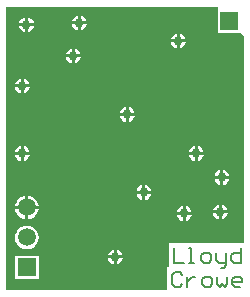
<source format=gbl>
%FSLAX25Y25*%
%MOIN*%
G70*
G01*
G75*
G04 Layer_Physical_Order=2*
G04 Layer_Color=16711680*
%ADD10C,0.01500*%
%ADD11R,0.05512X0.04331*%
%ADD12R,0.10236X0.04331*%
%ADD13R,0.02953X0.04724*%
%ADD14R,0.04724X0.02953*%
%ADD15R,0.04331X0.05512*%
%ADD16R,0.02362X0.05512*%
%ADD17R,0.02362X0.07087*%
%ADD18R,0.02165X0.06299*%
%ADD19C,0.00700*%
%ADD20R,0.05906X0.05906*%
%ADD21C,0.05906*%
%ADD22C,0.03000*%
G36*
X72047Y95971D02*
Y94953D01*
X72047Y94556D01*
X72047Y94556D01*
X72047D01*
Y87047D01*
X79556D01*
X79556Y87047D01*
Y87047D01*
X79953Y87047D01*
X80971Y86029D01*
Y17198D01*
X55800D01*
Y9198D01*
X55300D01*
Y1529D01*
X1529D01*
Y95971D01*
X72047D01*
Y95971D01*
D02*
G37*
%LPC*%
G36*
X47000Y33500D02*
X45050D01*
X45145Y33024D01*
X45698Y32198D01*
X46525Y31645D01*
X47000Y31550D01*
Y33500D01*
D02*
G37*
G36*
X49949D02*
X48000D01*
Y31550D01*
X48476Y31645D01*
X49302Y32198D01*
X49855Y33024D01*
X49949Y33500D01*
D02*
G37*
G36*
X47000Y36450D02*
X46525Y36355D01*
X45698Y35802D01*
X45145Y34975D01*
X45050Y34500D01*
X47000D01*
Y36450D01*
D02*
G37*
G36*
X9000Y32921D02*
Y29500D01*
X12421D01*
X12351Y30032D01*
X11953Y30993D01*
X11319Y31819D01*
X10493Y32453D01*
X9532Y32851D01*
X9000Y32921D01*
D02*
G37*
G36*
X72500Y29950D02*
X72025Y29855D01*
X71198Y29302D01*
X70645Y28475D01*
X70551Y28000D01*
X72500D01*
Y29950D01*
D02*
G37*
G36*
X73500D02*
Y28000D01*
X75450D01*
X75355Y28475D01*
X74802Y29302D01*
X73975Y29855D01*
X73500Y29950D01*
D02*
G37*
G36*
X8000Y32921D02*
X7468Y32851D01*
X6507Y32453D01*
X5681Y31819D01*
X5047Y30993D01*
X4649Y30032D01*
X4579Y29500D01*
X8000D01*
Y32921D01*
D02*
G37*
G36*
X74000Y41449D02*
Y39500D01*
X75950D01*
X75855Y39976D01*
X75302Y40802D01*
X74476Y41355D01*
X74000Y41449D01*
D02*
G37*
G36*
X6500Y46500D02*
X4550D01*
X4645Y46025D01*
X5198Y45198D01*
X6024Y44645D01*
X6500Y44550D01*
Y46500D01*
D02*
G37*
G36*
X9449D02*
X7500D01*
Y44550D01*
X7975Y44645D01*
X8802Y45198D01*
X9355Y46025D01*
X9449Y46500D01*
D02*
G37*
G36*
X73000Y41449D02*
X72524Y41355D01*
X71698Y40802D01*
X71145Y39976D01*
X71051Y39500D01*
X73000D01*
Y41449D01*
D02*
G37*
G36*
X48000Y36450D02*
Y34500D01*
X49949D01*
X49855Y34975D01*
X49302Y35802D01*
X48476Y36355D01*
X48000Y36450D01*
D02*
G37*
G36*
X73000Y38500D02*
X71051D01*
X71145Y38025D01*
X71698Y37198D01*
X72524Y36645D01*
X73000Y36551D01*
Y38500D01*
D02*
G37*
G36*
X75950D02*
X74000D01*
Y36551D01*
X74476Y36645D01*
X75302Y37198D01*
X75855Y38025D01*
X75950Y38500D01*
D02*
G37*
G36*
X38500Y14950D02*
Y13000D01*
X40450D01*
X40355Y13476D01*
X39802Y14302D01*
X38976Y14855D01*
X38500Y14950D01*
D02*
G37*
G36*
X8500Y22987D02*
X7468Y22851D01*
X6507Y22453D01*
X5681Y21819D01*
X5047Y20993D01*
X4649Y20032D01*
X4513Y19000D01*
X4649Y17968D01*
X5047Y17007D01*
X5681Y16181D01*
X6507Y15547D01*
X7468Y15149D01*
X8500Y15013D01*
X9532Y15149D01*
X10493Y15547D01*
X11319Y16181D01*
X11953Y17007D01*
X12351Y17968D01*
X12487Y19000D01*
X12351Y20032D01*
X11953Y20993D01*
X11319Y21819D01*
X10493Y22453D01*
X9532Y22851D01*
X8500Y22987D01*
D02*
G37*
G36*
X60500Y26500D02*
X58551D01*
X58645Y26024D01*
X59198Y25198D01*
X60024Y24645D01*
X60500Y24551D01*
Y26500D01*
D02*
G37*
G36*
X37500Y14950D02*
X37025Y14855D01*
X36198Y14302D01*
X35645Y13476D01*
X35550Y13000D01*
X37500D01*
Y14950D01*
D02*
G37*
G36*
X12453Y12953D02*
X4547D01*
Y5047D01*
X12453D01*
Y12953D01*
D02*
G37*
G36*
X37500Y12000D02*
X35550D01*
X35645Y11525D01*
X36198Y10698D01*
X37025Y10145D01*
X37500Y10051D01*
Y12000D01*
D02*
G37*
G36*
X40450D02*
X38500D01*
Y10051D01*
X38976Y10145D01*
X39802Y10698D01*
X40355Y11525D01*
X40450Y12000D01*
D02*
G37*
G36*
X12421Y28500D02*
X9000D01*
Y25079D01*
X9532Y25149D01*
X10493Y25547D01*
X11319Y26181D01*
X11953Y27007D01*
X12351Y27968D01*
X12421Y28500D01*
D02*
G37*
G36*
X60500Y29449D02*
X60024Y29355D01*
X59198Y28802D01*
X58645Y27975D01*
X58551Y27500D01*
X60500D01*
Y29449D01*
D02*
G37*
G36*
X61500D02*
Y27500D01*
X63450D01*
X63355Y27975D01*
X62802Y28802D01*
X61976Y29355D01*
X61500Y29449D01*
D02*
G37*
G36*
X8000Y28500D02*
X4579D01*
X4649Y27968D01*
X5047Y27007D01*
X5681Y26181D01*
X6507Y25547D01*
X7468Y25149D01*
X8000Y25079D01*
Y28500D01*
D02*
G37*
G36*
X63450Y26500D02*
X61500D01*
Y24551D01*
X61976Y24645D01*
X62802Y25198D01*
X63355Y26024D01*
X63450Y26500D01*
D02*
G37*
G36*
X72500Y27000D02*
X70551D01*
X70645Y26524D01*
X71198Y25698D01*
X72025Y25145D01*
X72500Y25051D01*
Y27000D01*
D02*
G37*
G36*
X75450D02*
X73500D01*
Y25051D01*
X73975Y25145D01*
X74802Y25698D01*
X75355Y26524D01*
X75450Y27000D01*
D02*
G37*
G36*
X64500Y46500D02*
X62550D01*
X62645Y46025D01*
X63198Y45198D01*
X64025Y44645D01*
X64500Y44550D01*
Y46500D01*
D02*
G37*
G36*
X58500Y86949D02*
X58025Y86855D01*
X57198Y86302D01*
X56645Y85475D01*
X56551Y85000D01*
X58500D01*
Y86949D01*
D02*
G37*
G36*
X59500D02*
Y85000D01*
X61449D01*
X61355Y85475D01*
X60802Y86302D01*
X59975Y86855D01*
X59500Y86949D01*
D02*
G37*
G36*
X7855Y89476D02*
X5905D01*
X6000Y89000D01*
X6553Y88173D01*
X7379Y87621D01*
X7855Y87526D01*
Y89476D01*
D02*
G37*
G36*
X61449Y84000D02*
X59500D01*
Y82051D01*
X59975Y82145D01*
X60802Y82698D01*
X61355Y83525D01*
X61449Y84000D01*
D02*
G37*
G36*
X23500Y81950D02*
X23024Y81855D01*
X22198Y81302D01*
X21645Y80475D01*
X21551Y80000D01*
X23500D01*
Y81950D01*
D02*
G37*
G36*
X24500D02*
Y80000D01*
X26449D01*
X26355Y80475D01*
X25802Y81302D01*
X24975Y81855D01*
X24500Y81950D01*
D02*
G37*
G36*
X58500Y84000D02*
X56551D01*
X56645Y83525D01*
X57198Y82698D01*
X58025Y82145D01*
X58500Y82051D01*
Y84000D01*
D02*
G37*
G36*
X8855Y92425D02*
Y90475D01*
X10804D01*
X10710Y90951D01*
X10157Y91778D01*
X9330Y92330D01*
X8855Y92425D01*
D02*
G37*
G36*
X25500Y92949D02*
X25025Y92855D01*
X24198Y92302D01*
X23645Y91475D01*
X23550Y91000D01*
X25500D01*
Y92949D01*
D02*
G37*
G36*
X26500D02*
Y91000D01*
X28449D01*
X28355Y91475D01*
X27802Y92302D01*
X26976Y92855D01*
X26500Y92949D01*
D02*
G37*
G36*
X7855Y92425D02*
X7379Y92330D01*
X6553Y91778D01*
X6000Y90951D01*
X5905Y90475D01*
X7855D01*
Y92425D01*
D02*
G37*
G36*
X10804Y89476D02*
X8855D01*
Y87526D01*
X9330Y87621D01*
X10157Y88173D01*
X10710Y89000D01*
X10804Y89476D01*
D02*
G37*
G36*
X25500Y90000D02*
X23550D01*
X23645Y89525D01*
X24198Y88698D01*
X25025Y88145D01*
X25500Y88051D01*
Y90000D01*
D02*
G37*
G36*
X28449D02*
X26500D01*
Y88051D01*
X26976Y88145D01*
X27802Y88698D01*
X28355Y89525D01*
X28449Y90000D01*
D02*
G37*
G36*
X26449Y79000D02*
X24500D01*
Y77051D01*
X24975Y77145D01*
X25802Y77698D01*
X26355Y78525D01*
X26449Y79000D01*
D02*
G37*
G36*
X65500Y49450D02*
Y47500D01*
X67449D01*
X67355Y47976D01*
X66802Y48802D01*
X65975Y49355D01*
X65500Y49450D01*
D02*
G37*
G36*
X41500Y59500D02*
X39551D01*
X39645Y59025D01*
X40198Y58198D01*
X41025Y57645D01*
X41500Y57551D01*
Y59500D01*
D02*
G37*
G36*
X44449D02*
X42500D01*
Y57551D01*
X42976Y57645D01*
X43802Y58198D01*
X44355Y59025D01*
X44449Y59500D01*
D02*
G37*
G36*
X64500Y49450D02*
X64025Y49355D01*
X63198Y48802D01*
X62645Y47976D01*
X62550Y47500D01*
X64500D01*
Y49450D01*
D02*
G37*
G36*
X67449Y46500D02*
X65500D01*
Y44550D01*
X65975Y44645D01*
X66802Y45198D01*
X67355Y46025D01*
X67449Y46500D01*
D02*
G37*
G36*
X6500Y49450D02*
X6024Y49355D01*
X5198Y48802D01*
X4645Y47976D01*
X4550Y47500D01*
X6500D01*
Y49450D01*
D02*
G37*
G36*
X7500D02*
Y47500D01*
X9449D01*
X9355Y47976D01*
X8802Y48802D01*
X7975Y49355D01*
X7500Y49450D01*
D02*
G37*
G36*
X6500Y71949D02*
X6024Y71855D01*
X5198Y71302D01*
X4645Y70476D01*
X4550Y70000D01*
X6500D01*
Y71949D01*
D02*
G37*
G36*
X7500D02*
Y70000D01*
X9449D01*
X9355Y70476D01*
X8802Y71302D01*
X7975Y71855D01*
X7500Y71949D01*
D02*
G37*
G36*
X23500Y79000D02*
X21551D01*
X21645Y78525D01*
X22198Y77698D01*
X23024Y77145D01*
X23500Y77051D01*
Y79000D01*
D02*
G37*
G36*
X9449Y69000D02*
X7500D01*
Y67050D01*
X7975Y67145D01*
X8802Y67698D01*
X9355Y68524D01*
X9449Y69000D01*
D02*
G37*
G36*
X41500Y62450D02*
X41025Y62355D01*
X40198Y61802D01*
X39645Y60975D01*
X39551Y60500D01*
X41500D01*
Y62450D01*
D02*
G37*
G36*
X42500D02*
Y60500D01*
X44449D01*
X44355Y60975D01*
X43802Y61802D01*
X42976Y62355D01*
X42500Y62450D01*
D02*
G37*
G36*
X6500Y69000D02*
X4550D01*
X4645Y68524D01*
X5198Y67698D01*
X6024Y67145D01*
X6500Y67050D01*
Y69000D01*
D02*
G37*
%LPD*%
D19*
X60332Y6665D02*
X59499Y7498D01*
X57833D01*
X57000Y6665D01*
Y3333D01*
X57833Y2500D01*
X59499D01*
X60332Y3333D01*
X61998Y5832D02*
Y2500D01*
Y4166D01*
X62831Y4999D01*
X63665Y5832D01*
X64498D01*
X67830Y2500D02*
X69496D01*
X70329Y3333D01*
Y4999D01*
X69496Y5832D01*
X67830D01*
X66997Y4999D01*
Y3333D01*
X67830Y2500D01*
X71995Y5832D02*
Y3333D01*
X72828Y2500D01*
X73661Y3333D01*
X74494Y2500D01*
X75327Y3333D01*
Y5832D01*
X79493Y2500D02*
X77827D01*
X76994Y3333D01*
Y4999D01*
X77827Y5832D01*
X79493D01*
X80326Y4999D01*
Y4166D01*
X76994D01*
X57500Y15498D02*
Y10500D01*
X60832D01*
X62498D02*
X64165D01*
X63331D01*
Y15498D01*
X62498D01*
X67497Y10500D02*
X69163D01*
X69996Y11333D01*
Y12999D01*
X69163Y13832D01*
X67497D01*
X66664Y12999D01*
Y11333D01*
X67497Y10500D01*
X71662Y13832D02*
Y11333D01*
X72495Y10500D01*
X74994D01*
Y9667D01*
X74161Y8834D01*
X73328D01*
X74994Y10500D02*
Y13832D01*
X79993Y15498D02*
Y10500D01*
X77494D01*
X76661Y11333D01*
Y12999D01*
X77494Y13832D01*
X79993D01*
D20*
X76000Y91000D02*
D03*
X8500Y9000D02*
D03*
D21*
Y19000D02*
D03*
Y29000D02*
D03*
D22*
X24000Y79500D02*
D03*
X65000Y47000D02*
D03*
X7000D02*
D03*
Y69500D02*
D03*
X59000Y84500D02*
D03*
X26000Y90500D02*
D03*
X8355Y89976D02*
D03*
X47500Y34000D02*
D03*
X61000Y27000D02*
D03*
X73000Y27500D02*
D03*
X73500Y39000D02*
D03*
X38000Y12500D02*
D03*
X42000Y60000D02*
D03*
M02*

</source>
